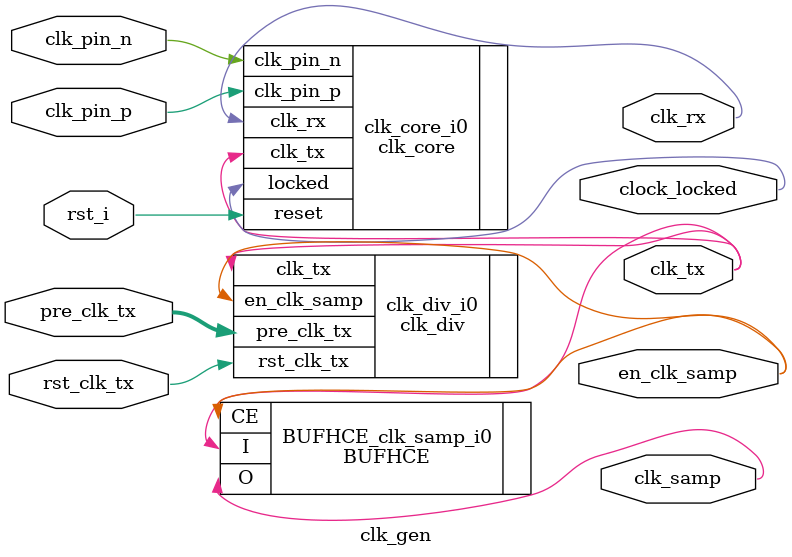
<source format=v>

`timescale 1ns/1ps


module clk_gen (
  input             clk_pin_p,       // Input clock pin - IBUFGDS is in core
  input             clk_pin_n,       //   - differential pair
  input             rst_i,           // Asynchronous input from IBUF

  input             rst_clk_tx,      // For clock divider
  
  input      [15:0] pre_clk_tx,      // Current divider

  output            clk_rx,          // Receive clock
  output            clk_tx,          // Transmit clock
  output            clk_samp,        // Sample clock

  output            en_clk_samp,     // Enable for clk_samp
  output            clock_locked     // Locked signal from MMCM
);

//***************************************************************************
// Function definitions
//***************************************************************************

//***************************************************************************
// Parameter definitions
//***************************************************************************

//***************************************************************************
// Reg declarations
//***************************************************************************

//***************************************************************************
// Wire declarations
//***************************************************************************
  
//***************************************************************************
// Code
//***************************************************************************

  // Instantiate the prescale divider

  clk_div clk_div_i0 (
    .clk_tx          (clk_tx),
    .rst_clk_tx      (rst_clk_tx),
    .pre_clk_tx      (pre_clk_tx),
    .en_clk_samp     (en_clk_samp)
  );

  // Instantiate clk_core - generated by the Clocking Wizard

  clk_core clk_core_i0 (
    .clk_pin_p          (clk_pin_p), 
    .clk_pin_n          (clk_pin_n), 
    .clk_rx             (clk_rx),
    .clk_tx             (clk_tx), 
    .reset              (rst_i), 
    .locked             (clock_locked)
  );


  BUFHCE #(
   .INIT_OUT(0)  // Initial output value
  )
  BUFHCE_clk_samp_i0
  (
     .O        (clk_samp),   // 1-bit The output of the BUFH
     .CE       (en_clk_samp),// 1-bit Enables propagation of signal from I to O
     .I        (clk_tx)      // 1-bit The input to the BUFH
  ); // BUFHCE
  


endmodule

</source>
